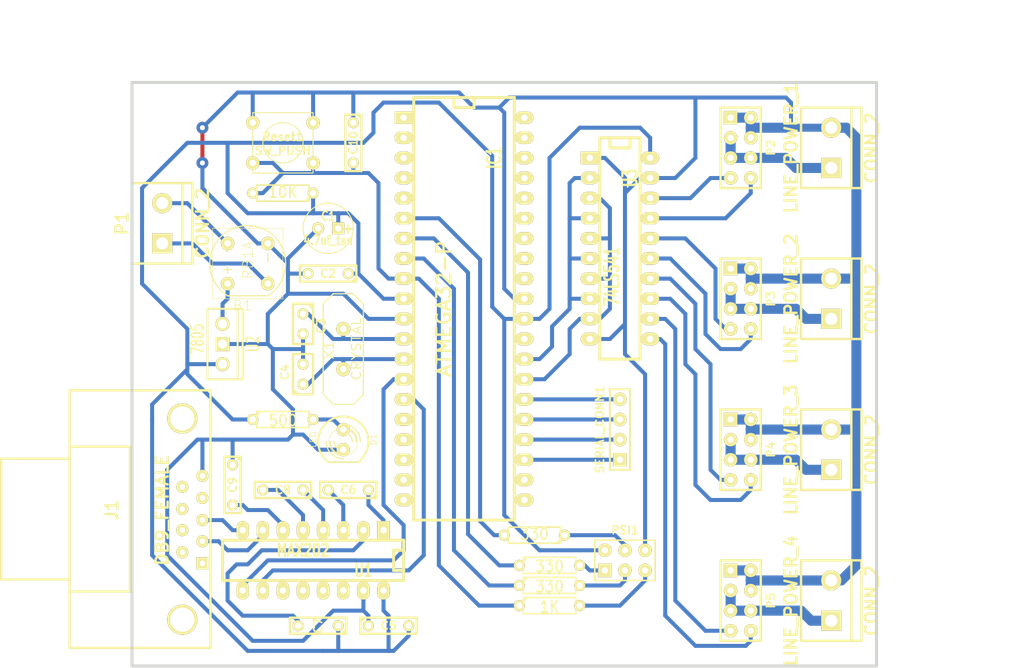
<source format=kicad_pcb>
(kicad_pcb (version 20221018) (generator pcbnew)
  (layers (0 "F.Cu" signal "Front") (31 "B.Cu" signal "Back") (34 "B.Paste" user) (35 "F.Paste" user) (36 "B.SilkS" user) (37 "F.SilkS" user) (38 "B.Mask" user) (39 "F.Mask" user) (44 "Edge.Cuts" user))
  (net 0 "")
  (net 1 "+5V")
  (net 2 "/MISO")
  (net 3 "/MOSI")
  (net 4 "/RXD-RS232")
  (net 5 "/RXD-TTL")
  (net 6 "/Reset")
  (net 7 "/SCK")
  (net 8 "/SR_LC")
  (net 9 "/SR_LC_1")
  (net 10 "/SR_LC_2")
  (net 11 "/SR_LC_3")
  (net 12 "/SR_LC_4")
  (net 13 "/SR_SC")
  (net 14 "/SR_SC_1")
  (net 15 "/SR_SC_2")
  (net 16 "/SR_SC_3")
  (net 17 "/SR_SC_4")
  (net 18 "/SR_SERIAL_1")
  (net 19 "/SR_SERIAL_2")
  (net 20 "/SR_SERIAL_3")
  (net 21 "/SR_SERIAL_4")
  (net 22 "/TXD-RS232")
  (net 23 "/TXD-TTL")
  (net 24 "GND")
  (net 25 "N-000002")
  (net 26 "N-000003")
  (net 27 "N-000004")
  (net 28 "N-000005")
  (net 29 "N-000006")
  (net 30 "N-000007")
  (net 31 "N-000017")
  (net 32 "N-000018")
  (net 33 "N-000052")
  (net 34 "N-000053")
  (net 35 "N-000054")
  (net 36 "N-000056")
  (net 37 "N-000057")
  (net 38 "N-000058")
  (net 39 "N-000059")
  (net 40 "N-000060")
  (net 41 "N-000061")
  (net 42 "N-000062")
  (net 43 "N-000065")
  (net 44 "N-000066")
  (footprint "SW_PUSH_SMALL" (layer "F.Cu") (at 119.38 38.1)
    (fp_text reference "Reset1")
    (fp_text value "SW_PUSH")
  )
  (footprint "R3" (layer "F.Cu") (at 119.38 44.45 180)
    (fp_text reference "R6" hide)
    (fp_text value "10K")
  )
  (footprint "R3" (layer "F.Cu") (at 119.38 73.025)
    (fp_text reference "R5" hide)
    (fp_text value "500")
  )
  (footprint "R3" (layer "F.Cu") (at 153.035 96.52)
    (fp_text reference "R4" hide)
    (fp_text value "1K")
  )
  (footprint "R3" (layer "F.Cu") (at 151.13 87.63 180)
    (fp_text reference "R3" hide)
    (fp_text value "330")
  )
  (footprint "R3" (layer "F.Cu") (at 153.035 93.98)
    (fp_text reference "R2" hide)
    (fp_text value "330")
  )
  (footprint "R3" (layer "F.Cu") (at 153.035 91.44)
    (fp_text reference "R1" hide)
    (fp_text value "330")
  )
  (footprint "pin_array_4x2_modif" (layer "F.Cu") (at 177.165 38.735 -90)
    (fp_text reference "P2")
    (fp_text value "CONN_4X2" hide)
  )
  (footprint "pin_array_4x2_modif" (layer "F.Cu") (at 177.165 57.785 -90)
    (fp_text reference "P3")
    (fp_text value "CONN_4X2" hide)
  )
  (footprint "pin_array_4x2_modif" (layer "F.Cu") (at 177.165 76.835 -90)
    (fp_text reference "P4")
    (fp_text value "CONN_4X2" hide)
  )
  (footprint "pin_array_4x2_modif" (layer "F.Cu") (at 177.165 95.885 -90)
    (fp_text reference "P5")
    (fp_text value "CONN_4X2" hide)
  )
  (footprint "PIN_ARRAY_4x1" (layer "F.Cu") (at 161.925 74.295 90)
    (fp_text reference "SERIAL_CONN1")
    (fp_text value "CONN_4" hide)
  )
  (footprint "pin_array_3x2_modif" (layer "F.Cu") (at 162.56 90.805)
    (fp_text reference "PSI1")
    (fp_text value "CONN_3X2" hide)
  )
  (footprint "LM78XXV" (layer "F.Cu") (at 111.76 63.5)
    (fp_text reference "U2")
    (fp_text value "7805")
  )
  (footprint "HC-18UV" (layer "F.Cu") (at 127 64.135 90)
    (fp_text reference "X1")
    (fp_text value "CRYSTAL")
  )
  (footprint "DIP-20__300_ELL" (layer "F.Cu") (at 161.925 51.435 -90)
    (fp_text reference "U3")
    (fp_text value "74LS541")
  )
  (footprint "DIP-16__300_ELL" (layer "F.Cu") (at 123.19 90.805 180)
    (fp_text reference "U1")
    (fp_text value "MAX202")
  )
  (footprint "C2" (layer "F.Cu") (at 125.095 54.61 180)
    (fp_text reference "C2")
    (fp_text value "100nf" hide)
  )
  (footprint "C2" (layer "F.Cu") (at 132.715 99.06)
    (fp_text reference "C5")
    (fp_text value "C" hide)
  )
  (footprint "C2" (layer "F.Cu") (at 128.27 38.1 -90)
    (fp_text reference "C10")
    (fp_text value "100nf" hide)
  )
  (footprint "C2" (layer "F.Cu") (at 113.03 81.28 -90)
    (fp_text reference "C9")
    (fp_text value "C" hide)
  )
  (footprint "C2" (layer "F.Cu") (at 119.38 81.915 180)
    (fp_text reference "C8")
    (fp_text value "C" hide)
  )
  (footprint "C2" (layer "F.Cu") (at 123.825 99.06 180)
    (fp_text reference "C7")
    (fp_text value "C" hide)
  )
  (footprint "C2" (layer "F.Cu") (at 127.635 81.915 180)
    (fp_text reference "C6")
    (fp_text value "C" hide)
  )
  (footprint "C1V7" (layer "F.Cu") (at 125.095 48.895 180)
    (fp_text reference "C1")
    (fp_text value "4.7uf_tan")
  )
  (footprint "C1" (layer "F.Cu") (at 121.92 67.31 90)
    (fp_text reference "C4")
    (fp_text value "22pf" hide)
  )
  (footprint "C1" (layer "F.Cu") (at 121.92 60.96 -90)
    (fp_text reference "C3")
    (fp_text value "22pf" hide)
  )
  (footprint "DIP-40__600_ELL" (layer "F.Cu") (at 142.24 59.055 -90)
    (fp_text reference "IC1")
    (fp_text value "ATMEGA32-P")
  )
  (footprint "LED-5MM" (layer "F.Cu") (at 127 75.565 -90)
    (fp_text reference "D1")
    (fp_text value "LED")
  )
  (footprint "DB9FC" (layer "F.Cu") (at 107.95 85.725 90)
    (fp_text reference "J1")
    (fp_text value "DB9_FEMALE")
  )
  (footprint "bornier2" (layer "F.Cu") (at 188.595 38.735 90)
    (fp_text reference "LINE_POWER_1")
    (fp_text value "CONN_2")
  )
  (footprint "bornier2" (layer "F.Cu") (at 188.595 57.785 90)
    (fp_text reference "LINE_POWER_2")
    (fp_text value "CONN_2")
  )
  (footprint "bornier2" (layer "F.Cu") (at 188.595 76.835 90)
    (fp_text reference "LINE_POWER_3")
    (fp_text value "CONN_2")
  )
  (footprint "bornier2" (layer "F.Cu") (at 188.595 95.885 90)
    (fp_text reference "LINE_POWER_4")
    (fp_text value "CONN_2")
  )
  (footprint "bornier2" (layer "F.Cu") (at 104.14 48.26 90)
    (fp_text reference "P1")
    (fp_text value "CONN_2")
  )
  (footprint "rectifier-RB1A" (layer "F.Cu") (at 114.935 53.34 90)
    (fp_text reference "B1")
    (fp_text value "RB1A")
  )
  (gr_line (start 194.31 104.14) (end 100.33 104.14) (stroke (width 0.381)) (layer "Edge.Cuts"))
  (gr_line (start 100.33 30.48) (end 194.31 30.48) (stroke (width 0.381)) (layer "Edge.Cuts"))
  (gr_line (start 100.33 104.14) (end 100.33 30.48) (stroke (width 0.381)) (layer "Edge.Cuts"))
  (gr_line (start 194.31 30.48) (end 194.31 104.14) (stroke (width 0.381)) (layer "Edge.Cuts"))
  (segment (start 102.87 73.025) (end 102.87 71.12) (width 0.508) (layer "B.Cu") (net 1))
  (segment (start 126.365 102.235) (end 132.715 102.235) (width 0.508) (layer "B.Cu") (net 1))
  (segment (start 113.03 73.025) (end 107.315 67.31) (width 0.508) (layer "B.Cu") (net 1))
  (segment (start 115.57 73.025) (end 113.03 73.025) (width 0.508) (layer "B.Cu") (net 1))
  (segment (start 126.365 46.99) (end 127.635 46.99) (width 0.508) (layer "B.Cu") (net 1))
  (segment (start 153.035 59.055) (end 151.765 60.325) (width 0.508) (layer "B.Cu") (net 1))
  (segment (start 151.765 60.325) (end 149.86 60.325) (width 0.508) (layer "B.Cu") (net 1))
  (segment (start 132.08 33.02) (end 139.065 33.02) (width 0.508) (layer "B.Cu") (net 1))
  (segment (start 164.465 36.195) (end 156.845 36.195) (width 0.508) (layer "B.Cu") (net 1))
  (segment (start 102.87 90.17) (end 114.935 102.235) (width 0.508) (layer "B.Cu") (net 1))
  (segment (start 139.065 33.02) (end 145.796 39.751) (width 0.508) (layer "B.Cu") (net 1))
  (segment (start 124.46 102.235) (end 126.365 102.235) (width 0.508) (layer "B.Cu") (net 1))
  (segment (start 101.6 55.88) (end 101.6 43.815) (width 0.508) (layer "B.Cu") (net 1))
  (segment (start 107.315 38.1) (end 112.395 38.1) (width 0.508) (layer "B.Cu") (net 1))
  (segment (start 132.715 97.79) (end 132.715 102.235) (width 0.508) (layer "B.Cu") (net 1))
  (segment (start 107.315 66.04) (end 107.315 66.675) (width 0.508) (layer "B.Cu") (net 1))
  (segment (start 147.32 60.325) (end 147.32 85.09) (width 0.508) (layer "B.Cu") (net 1))
  (segment (start 132.08 94.615) (end 132.08 97.155) (width 0.508) (layer "B.Cu") (net 1))
  (segment (start 132.715 102.235) (end 133.35 102.235) (width 0.508) (layer "B.Cu") (net 1))
  (segment (start 112.395 38.1) (end 129.54 38.1) (width 0.508) (layer "B.Cu") (net 1))
  (segment (start 107.315 61.595) (end 101.6 55.88) (width 0.508) (layer "B.Cu") (net 1))
  (segment (start 123.19 46.99) (end 126.365 46.99) (width 0.508) (layer "B.Cu") (net 1))
  (segment (start 132.08 97.155) (end 132.715 97.79) (width 0.508) (layer "B.Cu") (net 1))
  (segment (start 145.796 39.751) (end 145.796 58.801) (width 0.508) (layer "B.Cu") (net 1))
  (segment (start 126.365 48.895) (end 126.365 46.99) (width 0.508) (layer "B.Cu") (net 1))
  (segment (start 165.735 40.005) (end 165.735 37.465) (width 0.508) (layer "B.Cu") (net 1))
  (segment (start 130.81 36.83) (end 130.81 34.29) (width 0.508) (layer "B.Cu") (net 1))
  (segment (start 102.87 71.12) (end 107.315 66.675) (width 0.508) (layer "B.Cu") (net 1))
  (segment (start 107.315 66.675) (end 107.315 67.31) (width 0.508) (layer "B.Cu") (net 1))
  (segment (start 129.54 38.1) (end 130.81 36.83) (width 0.508) (layer "B.Cu") (net 1))
  (segment (start 114.935 46.99) (end 123.19 46.99) (width 0.508) (layer "B.Cu") (net 1))
  (segment (start 133.35 102.235) (end 135.255 100.33) (width 0.508) (layer "B.Cu") (net 1))
  (segment (start 127.635 46.99) (end 128.905 48.26) (width 0.508) (layer "B.Cu") (net 1))
  (segment (start 101.6 43.815) (end 107.315 38.1) (width 0.508) (layer "B.Cu") (net 1))
  (segment (start 107.315 66.04) (end 107.315 61.595) (width 0.508) (layer "B.Cu") (net 1))
  (segment (start 147.32 60.325) (end 149.86 60.325) (width 0.508) (layer "B.Cu") (net 1))
  (segment (start 132.08 57.785) (end 134.62 57.785) (width 0.508) (layer "B.Cu") (net 1))
  (segment (start 156.845 36.195) (end 153.035 40.005) (width 0.508) (layer "B.Cu") (net 1))
  (segment (start 114.935 102.235) (end 124.46 102.235) (width 0.508) (layer "B.Cu") (net 1))
  (segment (start 130.81 34.29) (end 132.08 33.02) (width 0.508) (layer "B.Cu") (net 1))
  (segment (start 135.255 100.33) (end 135.255 99.06) (width 0.508) (layer "B.Cu") (net 1))
  (segment (start 126.365 99.06) (end 126.365 102.235) (width 0.508) (layer "B.Cu") (net 1))
  (segment (start 111.76 66.04) (end 107.315 66.04) (width 0.508) (layer "B.Cu") (net 1))
  (segment (start 151.765 89.535) (end 147.32 85.09) (width 0.508) (layer "B.Cu") (net 1))
  (segment (start 102.87 73.025) (end 102.87 90.17) (width 0.508) (layer "B.Cu") (net 1))
  (segment (start 128.905 48.26) (end 128.905 54.61) (width 0.508) (layer "B.Cu") (net 1))
  (segment (start 127.635 54.61) (end 128.905 54.61) (width 0.508) (layer "B.Cu") (net 1))
  (segment (start 165.735 37.465) (end 164.465 36.195) (width 0.508) (layer "B.Cu") (net 1))
  (segment (start 112.395 44.45) (end 112.395 38.1) (width 0.508) (layer "B.Cu") (net 1))
  (segment (start 145.796 58.801) (end 147.32 60.325) (width 0.508) (layer "B.Cu") (net 1))
  (segment (start 153.035 40.005) (end 153.035 59.055) (width 0.508) (layer "B.Cu") (net 1))
  (segment (start 160.02 89.535) (end 151.765 89.535) (width 0.508) (layer "B.Cu") (net 1))
  (segment (start 128.905 54.61) (end 132.08 57.785) (width 0.508) (layer "B.Cu") (net 1))
  (segment (start 112.395 44.45) (end 114.935 46.99) (width 0.508) (layer "B.Cu") (net 1))
  (segment (start 123.19 44.45) (end 123.19 46.99) (width 0.508) (layer "B.Cu") (net 1))
  (segment (start 146.685 91.44) (end 142.748 87.503) (width 0.508) (layer "B.Cu") (net 2))
  (segment (start 134.62 50.165) (end 138.43 50.165) (width 0.508) (layer "B.Cu") (net 2))
  (segment (start 142.748 87.503) (end 142.748 54.483) (width 0.508) (layer "B.Cu") (net 2))
  (segment (start 142.748 54.483) (end 138.43 50.165) (width 0.508) (layer "B.Cu") (net 2))
  (segment (start 146.685 91.44) (end 149.225 91.44) (width 0.508) (layer "B.Cu") (net 2))
  (segment (start 146.05 87.63) (end 147.32 87.63) (width 0.508) (layer "B.Cu") (net 3))
  (segment (start 144.272 85.852) (end 144.272 52.832) (width 0.508) (layer "B.Cu") (net 3))
  (segment (start 146.05 87.63) (end 144.272 85.852) (width 0.508) (layer "B.Cu") (net 3))
  (segment (start 134.62 47.625) (end 139.065 47.625) (width 0.508) (layer "B.Cu") (net 3))
  (segment (start 144.272 52.832) (end 139.065 47.625) (width 0.508) (layer "B.Cu") (net 3))
  (segment (start 111.76 85.725) (end 113.03 86.995) (width 0.508) (layer "B.Cu") (net 4))
  (segment (start 109.22 85.725) (end 111.76 85.725) (width 0.508) (layer "B.Cu") (net 4))
  (segment (start 113.03 86.995) (end 114.3 86.995) (width 0.508) (layer "B.Cu") (net 4))
  (segment (start 134.62 89.535) (end 134.62 86.36) (width 0.508) (layer "B.Cu") (net 5))
  (segment (start 114.3 93.98) (end 117.475 90.805) (width 0.508) (layer "B.Cu") (net 5))
  (segment (start 132.08 69.215) (end 133.35 67.945) (width 0.508) (layer "B.Cu") (net 5))
  (segment (start 114.3 94.615) (end 114.3 93.98) (width 0.508) (layer "B.Cu") (net 5))
  (segment (start 133.35 67.945) (end 134.62 67.945) (width 0.508) (layer "B.Cu") (net 5))
  (segment (start 134.62 86.36) (end 132.08 83.82) (width 0.508) (layer "B.Cu") (net 5))
  (segment (start 132.08 83.82) (end 132.08 69.215) (width 0.508) (layer "B.Cu") (net 5))
  (segment (start 133.35 90.805) (end 134.62 89.535) (width 0.508) (layer "B.Cu") (net 5))
  (segment (start 117.475 90.805) (end 133.35 90.805) (width 0.508) (layer "B.Cu") (net 5))
  (segment (start 131.445 43.18) (end 131.445 53.975) (width 0.508) (layer "B.Cu") (net 6))
  (segment (start 116.84 44.45) (end 119.38 41.91) (width 0.508) (layer "B.Cu") (net 6))
  (segment (start 149.225 96.52) (end 144.145 96.52) (width 0.508) (layer "B.Cu") (net 6))
  (segment (start 144.145 96.52) (end 139.065 91.44) (width 0.508) (layer "B.Cu") (net 6))
  (segment (start 139.065 91.44) (end 139.065 57.785) (width 0.508) (layer "B.Cu") (net 6))
  (segment (start 119.38 41.91) (end 123.19 41.91) (width 0.508) (layer "B.Cu") (net 6))
  (segment (start 139.065 57.785) (end 136.525 55.245) (width 0.508) (layer "B.Cu") (net 6))
  (segment (start 123.19 40.64) (end 123.19 41.91) (width 0.508) (layer "B.Cu") (net 6))
  (segment (start 136.525 55.245) (end 134.62 55.245) (width 0.508) (layer "B.Cu") (net 6))
  (segment (start 128.27 40.64) (end 128.27 41.91) (width 0.508) (layer "B.Cu") (net 6))
  (segment (start 131.445 53.975) (end 132.715 55.245) (width 0.508) (layer "B.Cu") (net 6))
  (segment (start 115.57 40.64) (end 118.11 40.64) (width 0.508) (layer "B.Cu") (net 6))
  (segment (start 132.715 55.245) (end 134.62 55.245) (width 0.508) (layer "B.Cu") (net 6))
  (segment (start 118.11 40.64) (end 119.38 41.91) (width 0.508) (layer "B.Cu") (net 6))
  (segment (start 130.175 41.91) (end 131.445 43.18) (width 0.508) (layer "B.Cu") (net 6))
  (segment (start 128.27 41.91) (end 130.175 41.91) (width 0.508) (layer "B.Cu") (net 6))
  (segment (start 123.19 41.91) (end 128.27 41.91) (width 0.508) (layer "B.Cu") (net 6))
  (segment (start 115.57 44.45) (end 116.84 44.45) (width 0.508) (layer "B.Cu") (net 6))
  (segment (start 145.415 93.98) (end 140.97 89.535) (width 0.508) (layer "B.Cu") (net 7))
  (segment (start 140.97 56.515) (end 137.16 52.705) (width 0.508) (layer "B.Cu") (net 7))
  (segment (start 149.225 93.98) (end 145.415 93.98) (width 0.508) (layer "B.Cu") (net 7))
  (segment (start 137.16 52.705) (end 134.62 52.705) (width 0.508) (layer "B.Cu") (net 7))
  (segment (start 140.97 89.535) (end 140.97 56.515) (width 0.508) (layer "B.Cu") (net 7))
  (segment (start 155.575 57.785) (end 155.575 52.705) (width 0.508) (layer "B.Cu") (net 8))
  (segment (start 156.21 42.545) (end 155.575 43.18) (width 0.508) (layer "B.Cu") (net 8))
  (segment (start 158.115 47.625) (end 155.575 47.625) (width 0.508) (layer "B.Cu") (net 8))
  (segment (start 158.115 52.705) (end 155.575 52.705) (width 0.508) (layer "B.Cu") (net 8))
  (segment (start 151.765 65.405) (end 153.3525 63.8175) (width 0.508) (layer "B.Cu") (net 8))
  (segment (start 153.3525 63.8175) (end 153.3525 61.2775) (width 0.508) (layer "B.Cu") (net 8))
  (segment (start 153.3525 61.2775) (end 155.575 59.055) (width 0.508) (layer "B.Cu") (net 8))
  (segment (start 155.575 52.705) (end 155.575 47.625) (width 0.508) (layer "B.Cu") (net 8))
  (segment (start 149.86 65.405) (end 151.765 65.405) (width 0.508) (layer "B.Cu") (net 8))
  (segment (start 158.115 42.545) (end 156.21 42.545) (width 0.508) (layer "B.Cu") (net 8))
  (segment (start 155.575 47.625) (end 155.575 43.18) (width 0.508) (layer "B.Cu") (net 8))
  (segment (start 158.115 57.785) (end 155.575 57.785) (width 0.508) (layer "B.Cu") (net 8))
  (segment (start 155.575 59.055) (end 155.575 57.785) (width 0.508) (layer "B.Cu") (net 8))
  (segment (start 170.815 45.085) (end 165.735 45.085) (width 0.508) (layer "B.Cu") (net 9))
  (segment (start 173.355 42.545) (end 170.815 45.085) (width 0.508) (layer "B.Cu") (net 9))
  (segment (start 175.895 42.545) (end 173.355 42.545) (width 0.508) (layer "B.Cu") (net 9))
  (segment (start 170.18 50.165) (end 165.735 50.165) (width 0.508) (layer "B.Cu") (net 10))
  (segment (start 175.895 61.595) (end 175.26 61.595) (width 0.508) (layer "B.Cu") (net 10))
  (segment (start 173.99 60.325) (end 173.99 53.975) (width 0.508) (layer "B.Cu") (net 10))
  (segment (start 173.99 53.975) (end 170.18 50.165) (width 0.508) (layer "B.Cu") (net 10))
  (segment (start 175.26 61.595) (end 173.99 60.325) (width 0.508) (layer "B.Cu") (net 10))
  (segment (start 168.275 55.245) (end 165.735 55.245) (width 0.508) (layer "B.Cu") (net 11))
  (segment (start 173.355 79.375) (end 173.355 66.04) (width 0.508) (layer "B.Cu") (net 11))
  (segment (start 173.355 66.04) (end 171.45 64.135) (width 0.508) (layer "B.Cu") (net 11))
  (segment (start 171.45 64.135) (end 171.45 58.42) (width 0.508) (layer "B.Cu") (net 11))
  (segment (start 174.625 80.645) (end 173.355 79.375) (width 0.508) (layer "B.Cu") (net 11))
  (segment (start 175.895 80.645) (end 174.625 80.645) (width 0.508) (layer "B.Cu") (net 11))
  (segment (start 171.45 58.42) (end 168.275 55.245) (width 0.508) (layer "B.Cu") (net 11))
  (segment (start 175.895 99.695) (end 172.72 99.695) (width 0.508) (layer "B.Cu") (net 12))
  (segment (start 172.72 99.695) (end 168.91 95.885) (width 0.508) (layer "B.Cu") (net 12))
  (segment (start 168.91 61.595) (end 167.64 60.325) (width 0.508) (layer "B.Cu") (net 12))
  (segment (start 167.64 60.325) (end 165.735 60.325) (width 0.508) (layer "B.Cu") (net 12))
  (segment (start 168.91 95.885) (end 168.91 61.595) (width 0.508) (layer "B.Cu") (net 12))
  (segment (start 160.655 46.355) (end 159.385 45.085) (width 0.508) (layer "B.Cu") (net 13))
  (segment (start 158.115 55.245) (end 160.655 55.245) (width 0.508) (layer "B.Cu") (net 13))
  (segment (start 160.655 50.165) (end 160.655 46.355) (width 0.508) (layer "B.Cu") (net 13))
  (segment (start 155.575 61.595) (end 156.845 60.325) (width 0.508) (layer "B.Cu") (net 13))
  (segment (start 149.86 67.945) (end 152.4 67.945) (width 0.508) (layer "B.Cu") (net 13))
  (segment (start 160.655 59.055) (end 160.655 55.245) (width 0.508) (layer "B.Cu") (net 13))
  (segment (start 160.655 55.245) (end 160.655 50.165) (width 0.508) (layer "B.Cu") (net 13))
  (segment (start 159.385 60.325) (end 160.655 59.055) (width 0.508) (layer "B.Cu") (net 13))
  (segment (start 159.385 45.085) (end 158.115 45.085) (width 0.508) (layer "B.Cu") (net 13))
  (segment (start 156.845 60.325) (end 158.115 60.325) (width 0.508) (layer "B.Cu") (net 13))
  (segment (start 152.4 67.945) (end 155.575 64.77) (width 0.508) (layer "B.Cu") (net 13))
  (segment (start 155.575 64.77) (end 155.575 61.595) (width 0.508) (layer "B.Cu") (net 13))
  (segment (start 158.115 50.165) (end 160.655 50.165) (width 0.508) (layer "B.Cu") (net 13))
  (segment (start 158.115 60.325) (end 159.385 60.325) (width 0.508) (layer "B.Cu") (net 13))
  (segment (start 178.435 44.45) (end 175.26 47.625) (width 0.508) (layer "B.Cu") (net 14))
  (segment (start 178.435 42.545) (end 178.435 44.45) (width 0.508) (layer "B.Cu") (net 14))
  (segment (start 175.26 47.625) (end 165.735 47.625) (width 0.508) (layer "B.Cu") (net 14))
  (segment (start 178.435 61.595) (end 178.435 62.865) (width 0.508) (layer "B.Cu") (net 15))
  (segment (start 172.72 62.23) (end 172.72 57.15) (width 0.508) (layer "B.Cu") (net 15))
  (segment (start 172.72 57.15) (end 168.275 52.705) (width 0.508) (layer "B.Cu") (net 15))
  (segment (start 178.435 62.865) (end 177.165 64.135) (width 0.508) (layer "B.Cu") (net 15))
  (segment (start 177.165 64.135) (end 174.625 64.135) (width 0.508) (layer "B.Cu") (net 15))
  (segment (start 174.625 64.135) (end 172.72 62.23) (width 0.508) (layer "B.Cu") (net 15))
  (segment (start 168.275 52.705) (end 165.735 52.705) (width 0.508) (layer "B.Cu") (net 15))
  (segment (start 173.355 83.185) (end 171.45 81.28) (width 0.508) (layer "B.Cu") (net 16))
  (segment (start 171.45 67.31) (end 170.18 66.04) (width 0.508) (layer "B.Cu") (net 16))
  (segment (start 168.275 57.785) (end 165.735 57.785) (width 0.508) (layer "B.Cu") (net 16))
  (segment (start 171.45 81.28) (end 171.45 67.31) (width 0.508) (layer "B.Cu") (net 16))
  (segment (start 178.435 80.645) (end 178.435 81.915) (width 0.508) (layer "B.Cu") (net 16))
  (segment (start 178.435 81.915) (end 177.165 83.185) (width 0.508) (layer "B.Cu") (net 16))
  (segment (start 177.165 83.185) (end 173.355 83.185) (width 0.508) (layer "B.Cu") (net 16))
  (segment (start 170.18 66.04) (end 170.18 59.69) (width 0.508) (layer "B.Cu") (net 16))
  (segment (start 170.18 59.69) (end 168.275 57.785) (width 0.508) (layer "B.Cu") (net 16))
  (segment (start 178.435 100.965) (end 177.8 101.6) (width 0.508) (layer "B.Cu") (net 17))
  (segment (start 177.8 101.6) (end 171.45 101.6) (width 0.508) (layer "B.Cu") (net 17))
  (segment (start 178.435 99.695) (end 178.435 100.965) (width 0.508) (layer "B.Cu") (net 17))
  (segment (start 167.005 62.865) (end 165.735 62.865) (width 0.508) (layer "B.Cu") (net 17))
  (segment (start 167.64 97.79) (end 167.64 63.5) (width 0.508) (layer "B.Cu") (net 17))
  (segment (start 171.45 101.6) (end 167.64 97.79) (width 0.508) (layer "B.Cu") (net 17))
  (segment (start 167.64 63.5) (end 167.005 62.865) (width 0.508) (layer "B.Cu") (net 17))
  (segment (start 161.925 78.105) (end 149.86 78.105) (width 0.508) (layer "B.Cu") (net 18))
  (segment (start 149.86 75.565) (end 161.925 75.565) (width 0.508) (layer "B.Cu") (net 19))
  (segment (start 161.925 73.025) (end 149.86 73.025) (width 0.508) (layer "B.Cu") (net 20))
  (segment (start 149.86 70.485) (end 161.925 70.485) (width 0.508) (layer "B.Cu") (net 21))
  (segment (start 112.395 89.535) (end 114.935 89.535) (width 0.508) (layer "B.Cu") (net 22))
  (segment (start 114.935 89.535) (end 116.84 87.63) (width 0.508) (layer "B.Cu") (net 22))
  (segment (start 116.84 87.63) (end 116.84 86.995) (width 0.508) (layer "B.Cu") (net 22))
  (segment (start 111.252 88.392) (end 112.395 89.535) (width 0.508) (layer "B.Cu") (net 22))
  (segment (start 109.22 88.392) (end 111.252 88.392) (width 0.508) (layer "B.Cu") (net 22))
  (segment (start 116.84 93.345) (end 116.84 94.615) (width 0.508) (layer "B.Cu") (net 23))
  (segment (start 116.84 93.345) (end 118.11 92.075) (width 0.508) (layer "B.Cu") (net 23))
  (segment (start 134.62 70.485) (end 135.89 70.485) (width 0.508) (layer "B.Cu") (net 23))
  (segment (start 137.16 90.17) (end 137.16 71.755) (width 0.508) (layer "B.Cu") (net 23))
  (segment (start 118.11 92.075) (end 135.255 92.075) (width 0.508) (layer "B.Cu") (net 23))
  (segment (start 137.16 71.755) (end 135.89 70.485) (width 0.508) (layer "B.Cu") (net 23))
  (segment (start 135.255 92.075) (end 137.16 90.17) (width 0.508) (layer "B.Cu") (net 23))
  (segment (start 109.22 40.64) (end 109.22 36.195) (width 0.508) (layer "F.Cu") (net 24))
  (via (at 109.22 36.195) (size 1.50114) (drill 0.635) (layers "F.Cu" "B.Cu") (net 24))
  (via (at 109.22 40.64) (size 1.50114) (drill 0.635) (layers "F.Cu" "B.Cu") (net 24))
  (segment (start 120.65 74.93) (end 120.65 71.755) (width 0.508) (layer "B.Cu") (net 24))
  (segment (start 175.895 53.975) (end 178.435 53.975) (width 1.27) (layer "B.Cu") (net 24))
  (segment (start 182.88 32.385) (end 183.515 33.02) (width 0.508) (layer "B.Cu") (net 24))
  (segment (start 121.92 74.93) (end 120.65 74.93) (width 0.508) (layer "B.Cu") (net 24))
  (segment (start 149.86 57.785) (end 148.59 57.785) (width 0.508) (layer "B.Cu") (net 24))
  (segment (start 178.435 36.195) (end 178.435 37.465) (width 1.27) (layer "B.Cu") (net 24))
  (segment (start 188.595 36.195) (end 183.515 36.195) (width 1.016) (layer "B.Cu") (net 24))
  (segment (start 113.665 31.75) (end 115.57 31.75) (width 0.508) (layer "B.Cu") (net 24))
  (segment (start 178.435 73.025) (end 178.435 74.295) (width 1.27) (layer "B.Cu") (net 24))
  (segment (start 191.77 55.245) (end 191.77 37.465) (width 1.27) (layer "B.Cu") (net 24))
  (segment (start 162.56 44.45) (end 164.465 42.545) (width 0.508) (layer "B.Cu") (net 24))
  (segment (start 130.175 60.325) (end 127 57.15) (width 0.508) (layer "B.Cu") (net 24))
  (segment (start 146.685 33.655) (end 143.51 33.655) (width 0.508) (layer "B.Cu") (net 24))
  (segment (start 183.515 36.195) (end 178.435 36.195) (width 1.27) (layer "B.Cu") (net 24))
  (segment (start 183.515 33.02) (end 183.515 36.195) (width 0.508) (layer "B.Cu") (net 24))
  (segment (start 109.22 80.137) (end 109.22 75.565) (width 0.508) (layer "B.Cu") (net 24))
  (segment (start 104.775 79.375) (end 108.585 75.565) (width 0.508) (layer "B.Cu") (net 24))
  (segment (start 117.475 63.5) (end 117.475 59.69) (width 0.508) (layer "B.Cu") (net 24))
  (segment (start 158.115 40.005) (end 160.02 40.005) (width 0.508) (layer "B.Cu") (net 24))
  (segment (start 113.03 78.74) (end 113.03 75.565) (width 0.508) (layer "B.Cu") (net 24))
  (segment (start 175.895 92.075) (end 178.435 92.075) (width 1.27) (layer "B.Cu") (net 24))
  (segment (start 189.865 93.345) (end 191.77 91.44) (width 1.27) (layer "B.Cu") (net 24))
  (segment (start 113.03 75.565) (end 110.49 75.565) (width 0.508) (layer "B.Cu") (net 24))
  (segment (start 121.92 64.135) (end 121.92 66.04) (width 0.508) (layer "B.Cu") (net 24))
  (segment (start 115.57 31.75) (end 119.38 31.75) (width 0.508) (layer "B.Cu") (net 24))
  (segment (start 120.015 54.61) (end 120.015 57.15) (width 0.508) (layer "B.Cu") (net 24))
  (segment (start 117.475 50.8) (end 116.205 50.8) (width 0.508) (layer "B.Cu") (net 24))
  (segment (start 146.685 33.655) (end 147.955 32.385) (width 0.508) (layer "B.Cu") (net 24))
  (segment (start 147.32 56.515) (end 147.32 34.29) (width 0.508) (layer "B.Cu") (net 24))
  (segment (start 148.59 57.785) (end 147.32 56.515) (width 0.508) (layer "B.Cu") (net 24))
  (segment (start 118.11 64.135) (end 117.475 63.5) (width 0.508) (layer "B.Cu") (net 24))
  (segment (start 121.92 64.135) (end 118.11 64.135) (width 0.508) (layer "B.Cu") (net 24))
  (segment (start 128.27 35.56) (end 128.27 31.75) (width 0.508) (layer "B.Cu") (net 24))
  (segment (start 123.19 35.56) (end 123.19 31.75) (width 0.508) (layer "B.Cu") (net 24))
  (segment (start 123.825 76.835) (end 121.92 74.93) (width 0.508) (layer "B.Cu") (net 24))
  (segment (start 115.57 100.965) (end 121.92 100.965) (width 0.508) (layer "B.Cu") (net 24))
  (segment (start 178.435 93.345) (end 178.435 94.615) (width 1.27) (layer "B.Cu") (net 24))
  (segment (start 115.57 35.56) (end 115.57 31.75) (width 0.508) (layer "B.Cu") (net 24))
  (segment (start 120.65 71.755) (end 118.11 69.215) (width 0.508) (layer "B.Cu") (net 24))
  (segment (start 175.895 73.025) (end 178.435 73.025) (width 1.27) (layer "B.Cu") (net 24))
  (segment (start 120.015 75.565) (end 113.03 75.565) (width 0.508) (layer "B.Cu") (net 24))
  (segment (start 120.015 53.34) (end 120.015 54.61) (width 0.508) (layer "B.Cu") (net 24))
  (segment (start 109.22 36.195) (end 113.665 31.75) (width 0.508) (layer "B.Cu") (net 24))
  (segment (start 178.435 55.245) (end 178.435 56.515) (width 1.27) (layer "B.Cu") (net 24))
  (segment (start 120.015 52.705) (end 123.825 48.895) (width 0.508) (layer "B.Cu") (net 24))
  (segment (start 147.955 32.385) (end 171.45 32.385) (width 0.508) (layer "B.Cu") (net 24))
  (segment (start 178.435 74.295) (end 178.435 75.565) (width 1.27) (layer "B.Cu") (net 24))
  (segment (start 171.45 40.005) (end 171.45 32.385) (width 0.508) (layer "B.Cu") (net 24))
  (segment (start 165.735 42.545) (end 168.91 42.545) (width 0.508) (layer "B.Cu") (net 24))
  (segment (start 128.27 31.75) (end 123.19 31.75) (width 0.508) (layer "B.Cu") (net 24))
  (segment (start 127 57.15) (end 120.015 57.15) (width 0.508) (layer "B.Cu") (net 24))
  (segment (start 130.175 97.79) (end 129.54 97.155) (width 0.508) (layer "B.Cu") (net 24))
  (segment (start 125.73 97.155) (end 121.92 100.965) (width 0.508) (layer "B.Cu") (net 24))
  (segment (start 160.02 40.005) (end 162.56 42.545) (width 0.508) (layer "B.Cu") (net 24))
  (segment (start 120.015 75.565) (end 120.65 74.93) (width 0.508) (layer "B.Cu") (net 24))
  (segment (start 188.595 55.245) (end 178.435 55.245) (width 1.27) (layer "B.Cu") (net 24))
  (segment (start 130.175 99.06) (end 130.175 97.79) (width 0.508) (layer "B.Cu") (net 24))
  (segment (start 191.77 37.465) (end 190.5 36.195) (width 1.27) (layer "B.Cu") (net 24))
  (segment (start 162.56 60.96) (end 162.56 44.45) (width 0.508) (layer "B.Cu") (net 24))
  (segment (start 127 76.835) (end 123.825 76.835) (width 0.508) (layer "B.Cu") (net 24))
  (segment (start 164.465 42.545) (end 165.735 42.545) (width 0.508) (layer "B.Cu") (net 24))
  (segment (start 160.655 62.865) (end 162.56 60.96) (width 0.508) (layer "B.Cu") (net 24))
  (segment (start 191.77 91.44) (end 191.77 74.295) (width 1.27) (layer "B.Cu") (net 24))
  (segment (start 190.5 36.195) (end 188.595 36.195) (width 1.27) (layer "B.Cu") (net 24))
  (segment (start 141.605 31.75) (end 128.27 31.75) (width 0.508) (layer "B.Cu") (net 24))
  (segment (start 147.32 34.29) (end 146.685 33.655) (width 0.508) (layer "B.Cu") (net 24))
  (segment (start 118.11 64.135) (end 118.11 69.215) (width 0.508) (layer "B.Cu") (net 24))
  (segment (start 120.015 53.34) (end 120.015 52.705) (width 0.508) (layer "B.Cu") (net 24))
  (segment (start 168.91 42.545) (end 171.45 40.005) (width 0.508) (layer "B.Cu") (net 24))
  (segment (start 122.555 54.61) (end 120.015 54.61) (width 0.508) (layer "B.Cu") (net 24))
  (segment (start 129.54 97.155) (end 129.54 94.615) (width 0.508) (layer "B.Cu") (net 24))
  (segment (start 178.435 53.975) (end 178.435 55.245) (width 1.27) (layer "B.Cu") (net 24))
  (segment (start 143.51 33.655) (end 141.605 31.75) (width 0.508) (layer "B.Cu") (net 24))
  (segment (start 188.595 93.345) (end 178.435 93.345) (width 1.27) (layer "B.Cu") (net 24))
  (segment (start 104.775 79.375) (end 104.775 90.17) (width 0.508) (layer "B.Cu") (net 24))
  (segment (start 188.595 55.245) (end 191.77 55.245) (width 1.27) (layer "B.Cu") (net 24))
  (segment (start 109.22 43.815) (end 109.22 40.64) (width 0.508) (layer "B.Cu") (net 24))
  (segment (start 188.595 93.345) (end 189.865 93.345) (width 1.27) (layer "B.Cu") (net 24))
  (segment (start 188.595 74.295) (end 191.77 74.295) (width 1.27) (layer "B.Cu") (net 24))
  (segment (start 123.19 31.75) (end 119.38 31.75) (width 0.508) (layer "B.Cu") (net 24))
  (segment (start 178.435 34.925) (end 178.435 36.195) (width 1.27) (layer "B.Cu") (net 24))
  (segment (start 162.56 60.96) (end 162.56 64.77) (width 0.508) (layer "B.Cu") (net 24))
  (segment (start 104.775 90.17) (end 115.57 100.965) (width 0.508) (layer "B.Cu") (net 24))
  (segment (start 134.62 60.325) (end 130.175 60.325) (width 0.508) (layer "B.Cu") (net 24))
  (segment (start 178.435 92.075) (end 178.435 93.345) (width 1.27) (layer "B.Cu") (net 24))
  (segment (start 116.205 50.8) (end 109.22 43.815) (width 0.508) (layer "B.Cu") (net 24))
  (segment (start 188.595 74.295) (end 178.435 74.295) (width 1.27) (layer "B.Cu") (net 24))
  (segment (start 158.115 62.865) (end 160.655 62.865) (width 0.508) (layer "B.Cu") (net 24))
  (segment (start 109.22 75.565) (end 110.49 75.565) (width 0.508) (layer "B.Cu") (net 24))
  (segment (start 162.56 64.77) (end 165.1 67.31) (width 0.508) (layer "B.Cu") (net 24))
  (segment (start 120.015 57.15) (end 117.475 59.69) (width 0.508) (layer "B.Cu") (net 24))
  (segment (start 175.895 34.925) (end 178.435 34.925) (width 1.27) (layer "B.Cu") (net 24))
  (segment (start 165.1 89.535) (end 165.1 67.31) (width 0.508) (layer "B.Cu") (net 24))
  (segment (start 117.475 50.8) (end 120.015 53.34) (width 0.508) (layer "B.Cu") (net 24))
  (segment (start 129.54 97.155) (end 125.73 97.155) (width 0.508) (layer "B.Cu") (net 24))
  (segment (start 121.92 62.23) (end 121.92 64.135) (width 0.508) (layer "B.Cu") (net 24))
  (segment (start 171.45 32.385) (end 182.88 32.385) (width 0.508) (layer "B.Cu") (net 24))
  (segment (start 162.56 42.545) (end 162.56 44.45) (width 0.508) (layer "B.Cu") (net 24))
  (segment (start 111.76 63.5) (end 117.475 63.5) (width 0.508) (layer "B.Cu") (net 24))
  (segment (start 191.77 74.295) (end 191.77 55.245) (width 1.27) (layer "B.Cu") (net 24))
  (segment (start 108.585 75.565) (end 109.22 75.565) (width 0.508) (layer "B.Cu") (net 24))
  (segment (start 175.895 78.105) (end 178.435 78.105) (width 1.27) (layer "B.Cu") (net 25))
  (segment (start 184.15 78.105) (end 178.435 78.105) (width 1.27) (layer "B.Cu") (net 25))
  (segment (start 188.595 79.375) (end 185.42 79.375) (width 1.27) (layer "B.Cu") (net 25))
  (segment (start 185.42 79.375) (end 184.15 78.105) (width 1.27) (layer "B.Cu") (net 25))
  (segment (start 175.895 75.565) (end 175.895 78.105) (width 1.27) (layer "B.Cu") (net 25))
  (segment (start 175.895 56.515) (end 175.895 59.055) (width 1.27) (layer "B.Cu") (net 26))
  (segment (start 178.435 59.055) (end 184.15 59.055) (width 1.27) (layer "B.Cu") (net 26))
  (segment (start 184.15 59.055) (end 185.42 60.325) (width 1.27) (layer "B.Cu") (net 26))
  (segment (start 175.895 59.055) (end 178.435 59.055) (width 1.27) (layer "B.Cu") (net 26))
  (segment (start 185.42 60.325) (end 188.595 60.325) (width 1.27) (layer "B.Cu") (net 26))
  (segment (start 122.555 59.69) (end 125.73 62.865) (width 0.508) (layer "B.Cu") (net 27))
  (segment (start 127 62.865) (end 134.62 62.865) (width 0.508) (layer "B.Cu") (net 27))
  (segment (start 121.92 59.69) (end 122.555 59.69) (width 0.508) (layer "B.Cu") (net 27))
  (segment (start 125.73 62.865) (end 127 62.865) (width 0.508) (layer "B.Cu") (net 27))
  (segment (start 127 61.595) (end 127 62.865) (width 0.508) (layer "B.Cu") (net 27))
  (segment (start 184.785 97.155) (end 178.435 97.155) (width 1.27) (layer "B.Cu") (net 28))
  (segment (start 186.055 98.425) (end 184.785 97.155) (width 1.27) (layer "B.Cu") (net 28))
  (segment (start 175.895 97.155) (end 178.435 97.155) (width 1.27) (layer "B.Cu") (net 28))
  (segment (start 175.895 94.615) (end 175.895 97.155) (width 1.27) (layer "B.Cu") (net 28))
  (segment (start 188.595 98.425) (end 186.055 98.425) (width 1.27) (layer "B.Cu") (net 28))
  (segment (start 123.19 73.025) (end 125.73 73.025) (width 0.508) (layer "B.Cu") (net 29))
  (segment (start 125.73 73.025) (end 127 74.295) (width 0.508) (layer "B.Cu") (net 29))
  (segment (start 112.395 57.785) (end 111.76 58.42) (width 0.508) (layer "B.Cu") (net 30))
  (segment (start 111.76 60.96) (end 111.76 58.42) (width 0.508) (layer "B.Cu") (net 30))
  (segment (start 112.395 57.785) (end 112.395 55.88) (width 0.508) (layer "B.Cu") (net 30))
  (segment (start 104.14 50.8) (end 107.95 50.8) (width 0.508) (layer "B.Cu") (net 31))
  (segment (start 110.49 53.34) (end 114.935 53.34) (width 0.508) (layer "B.Cu") (net 31))
  (segment (start 107.95 50.8) (end 110.49 53.34) (width 0.508) (layer "B.Cu") (net 31))
  (segment (start 114.935 53.34) (end 117.475 55.88) (width 0.508) (layer "B.Cu") (net 31))
  (segment (start 107.315 45.72) (end 112.395 50.8) (width 0.508) (layer "B.Cu") (net 32))
  (segment (start 104.14 45.72) (end 107.315 45.72) (width 0.508) (layer "B.Cu") (net 32))
  (segment (start 161.29 87.63) (end 154.94 87.63) (width 0.508) (layer "B.Cu") (net 33))
  (segment (start 162.56 88.9) (end 161.29 87.63) (width 0.508) (layer "B.Cu") (net 33))
  (segment (start 162.56 89.535) (end 162.56 88.9) (width 0.508) (layer "B.Cu") (net 33))
  (segment (start 165.1 92.075) (end 165.1 93.345) (width 0.508) (layer "B.Cu") (net 34))
  (segment (start 165.1 93.345) (end 161.925 96.52) (width 0.508) (layer "B.Cu") (net 34))
  (segment (start 161.925 96.52) (end 156.845 96.52) (width 0.508) (layer "B.Cu") (net 34))
  (segment (start 161.925 93.98) (end 156.845 93.98) (width 0.508) (layer "B.Cu") (net 35))
  (segment (start 162.56 92.075) (end 162.56 93.345) (width 0.508) (layer "B.Cu") (net 35))
  (segment (start 161.925 93.98) (end 162.56 93.345) (width 0.508) (layer "B.Cu") (net 35))
  (segment (start 158.115 92.075) (end 160.02 92.075) (width 0.508) (layer "B.Cu") (net 36))
  (segment (start 156.845 91.44) (end 157.48 91.44) (width 0.508) (layer "B.Cu") (net 36))
  (segment (start 157.48 91.44) (end 158.115 92.075) (width 0.508) (layer "B.Cu") (net 36))
  (segment (start 134.62 65.405) (end 127 65.405) (width 0.508) (layer "B.Cu") (net 37))
  (segment (start 127 65.405) (end 125.73 65.405) (width 0.508) (layer "B.Cu") (net 37))
  (segment (start 122.555 68.58) (end 121.92 68.58) (width 0.508) (layer "B.Cu") (net 37))
  (segment (start 125.73 65.405) (end 122.555 68.58) (width 0.508) (layer "B.Cu") (net 37))
  (segment (start 127 66.675) (end 127 65.405) (width 0.508) (layer "B.Cu") (net 37))
  (segment (start 128.27 89.535) (end 129.54 88.265) (width 0.508) (layer "B.Cu") (net 38))
  (segment (start 112.395 95.885) (end 112.395 92.456) (width 0.508) (layer "B.Cu") (net 38))
  (segment (start 112.395 92.456) (end 113.538 91.313) (width 0.508) (layer "B.Cu") (net 38))
  (segment (start 116.713 89.535) (end 128.27 89.535) (width 0.508) (layer "B.Cu") (net 38))
  (segment (start 114.935 91.313) (end 116.713 89.535) (width 0.508) (layer "B.Cu") (net 38))
  (segment (start 113.538 91.313) (end 114.935 91.313) (width 0.508) (layer "B.Cu") (net 38))
  (segment (start 129.54 88.265) (end 129.54 86.995) (width 0.508) (layer "B.Cu") (net 38))
  (segment (start 120.65 97.79) (end 114.3 97.79) (width 0.508) (layer "B.Cu") (net 38))
  (segment (start 121.285 99.06) (end 121.285 98.425) (width 0.508) (layer "B.Cu") (net 38))
  (segment (start 114.3 97.79) (end 112.395 95.885) (width 0.508) (layer "B.Cu") (net 38))
  (segment (start 121.285 98.425) (end 120.65 97.79) (width 0.508) (layer "B.Cu") (net 38))
  (segment (start 118.745 81.915) (end 121.92 85.09) (width 0.508) (layer "B.Cu") (net 39))
  (segment (start 116.84 81.915) (end 118.745 81.915) (width 0.508) (layer "B.Cu") (net 39))
  (segment (start 121.92 85.09) (end 121.92 86.995) (width 0.508) (layer "B.Cu") (net 39))
  (segment (start 124.46 84.455) (end 124.46 86.995) (width 0.508) (layer "B.Cu") (net 40))
  (segment (start 121.92 81.915) (end 124.46 84.455) (width 0.508) (layer "B.Cu") (net 40))
  (segment (start 127 86.995) (end 127 83.82) (width 0.508) (layer "B.Cu") (net 41))
  (segment (start 127 83.82) (end 125.095 81.915) (width 0.508) (layer "B.Cu") (net 41))
  (segment (start 130.175 83.82) (end 132.08 85.725) (width 0.508) (layer "B.Cu") (net 42))
  (segment (start 132.08 85.725) (end 132.08 86.995) (width 0.508) (layer "B.Cu") (net 42))
  (segment (start 130.175 81.915) (end 130.175 83.82) (width 0.508) (layer "B.Cu") (net 42))
  (segment (start 114.3 83.82) (end 114.935 84.455) (width 0.508) (layer "B.Cu") (net 43))
  (segment (start 113.03 83.82) (end 114.3 83.82) (width 0.508) (layer "B.Cu") (net 43))
  (segment (start 117.475 84.455) (end 119.38 86.36) (width 0.508) (layer "B.Cu") (net 43))
  (segment (start 114.935 84.455) (end 117.475 84.455) (width 0.508) (layer "B.Cu") (net 43))
  (segment (start 119.38 86.36) (end 119.38 86.995) (width 0.508) (layer "B.Cu") (net 43))
  (segment (start 175.895 37.465) (end 175.895 40.005) (width 1.27) (layer "B.Cu") (net 44))
  (segment (start 182.88 40.005) (end 178.435 40.005) (width 1.27) (layer "B.Cu") (net 44))
  (segment (start 184.15 41.275) (end 182.88 40.005) (width 1.27) (layer "B.Cu") (net 44))
  (segment (start 175.895 40.005) (end 178.435 40.005) (width 1.27) (layer "B.Cu") (net 44))
  (segment (start 188.595 41.275) (end 184.15 41.275) (width 1.27) (layer "B.Cu") (net 44))
)
</source>
